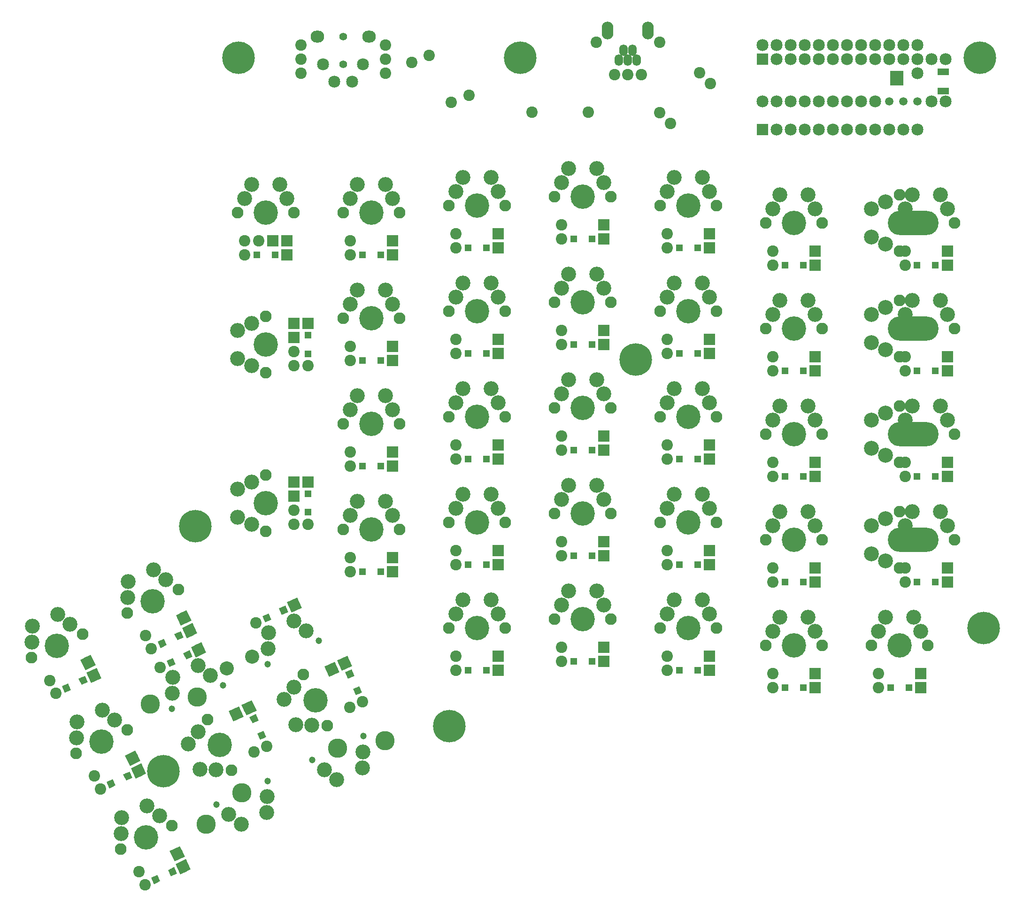
<source format=gts>
G04 #@! TF.GenerationSoftware,KiCad,Pcbnew,(2016-12-22 revision d365dc5)-makepkg*
G04 #@! TF.CreationDate,2017-01-06T12:14:16-05:00*
G04 #@! TF.ProjectId,ErgoDOX,4572676F444F582E6B696361645F7063,rev?*
G04 #@! TF.FileFunction,Soldermask,Top*
G04 #@! TF.FilePolarity,Negative*
%FSLAX46Y46*%
G04 Gerber Fmt 4.6, Leading zero omitted, Abs format (unit mm)*
G04 Created by KiCad (PCBNEW (2016-12-22 revision d365dc5)-makepkg) date 01/06/17 12:14:16*
%MOMM*%
%LPD*%
G01*
G04 APERTURE LIST*
%ADD10C,0.150000*%
%ADD11O,1.549400X2.057400*%
%ADD12O,2.108200X3.200400*%
%ADD13C,2.057400*%
%ADD14C,2.159000*%
%ADD15R,2.159000X2.159000*%
%ADD16C,1.498600*%
%ADD17C,1.244600*%
%ADD18R,2.057400X2.057400*%
%ADD19C,2.692400*%
%ADD20C,1.193800*%
%ADD21C,3.479800*%
%ADD22R,2.438400X1.422400*%
%ADD23O,2.463800X2.159000*%
%ADD24C,1.397000*%
%ADD25C,2.540000*%
%ADD26C,5.867400*%
%ADD27C,2.108200*%
%ADD28C,2.689860*%
%ADD29R,1.244600X1.244600*%
%ADD30C,2.687320*%
%ADD31O,9.156700X4.394200*%
%ADD32C,4.394200*%
%ADD33R,2.106400X1.306400*%
G04 APERTURE END LIST*
D10*
D11*
X139242800Y-37553900D03*
X138442700Y-35806380D03*
X137642600Y-37553900D03*
X136842500Y-35806380D03*
X136042400Y-37553900D03*
D12*
X133995160Y-32230060D03*
X141290040Y-32230060D03*
D13*
X140055600Y-40259000D03*
X143357600Y-34417000D03*
X137642600Y-40259000D03*
X131927600Y-34417000D03*
X135229600Y-40259000D03*
D14*
X169545000Y-34925000D03*
X172085000Y-34925000D03*
X161925000Y-34925000D03*
X164465000Y-34925000D03*
X167005000Y-34925000D03*
X174625000Y-34925000D03*
X177165000Y-34925000D03*
X179705000Y-34925000D03*
X182245000Y-34925000D03*
X184785000Y-34925000D03*
X187325000Y-34925000D03*
X189865000Y-34925000D03*
X189865000Y-50165000D03*
X187325000Y-50165000D03*
X184785000Y-50165000D03*
X182245000Y-50165000D03*
X179705000Y-50165000D03*
X177165000Y-50165000D03*
X174625000Y-50165000D03*
X172085000Y-50165000D03*
X169545000Y-50165000D03*
X167005000Y-50165000D03*
X164465000Y-50165000D03*
D15*
X161925000Y-50165000D03*
D14*
X189865000Y-40005000D03*
X164465000Y-37465000D03*
X167005000Y-37465000D03*
X169545000Y-37465000D03*
X172085000Y-37465000D03*
X174625000Y-37465000D03*
X177165000Y-37465000D03*
X179705000Y-37465000D03*
X182245000Y-37465000D03*
X184785000Y-37465000D03*
X187325000Y-37465000D03*
X189865000Y-37465000D03*
X192405000Y-37465000D03*
X194945000Y-37465000D03*
D15*
X161925000Y-37465000D03*
D14*
X194945000Y-45085000D03*
X192405000Y-45085000D03*
D16*
X189865000Y-45085000D03*
X187325000Y-45085000D03*
X184785000Y-45085000D03*
D14*
X182245000Y-45085000D03*
X179705000Y-45085000D03*
X177165000Y-45085000D03*
X174625000Y-45085000D03*
X172085000Y-45085000D03*
X169545000Y-45085000D03*
X167005000Y-45085000D03*
X164465000Y-45085000D03*
X161925000Y-45085000D03*
D13*
X53341367Y-147187736D03*
D17*
X55286576Y-146280670D03*
D10*
G36*
X54985576Y-147107661D02*
X54459585Y-145979670D01*
X55587576Y-145453679D01*
X56113567Y-146581670D01*
X54985576Y-147107661D01*
X54985576Y-147107661D01*
G37*
D13*
X60247433Y-143967384D03*
D10*
G36*
X59749862Y-145334450D02*
X58880367Y-143469813D01*
X60745004Y-142600318D01*
X61614499Y-144464955D01*
X59749862Y-145334450D01*
X59749862Y-145334450D01*
G37*
D17*
X58302224Y-144874450D03*
D10*
G36*
X58001224Y-145701441D02*
X57475233Y-144573450D01*
X58603224Y-144047459D01*
X59129215Y-145175450D01*
X58001224Y-145701441D01*
X58001224Y-145701441D01*
G37*
D13*
X70605747Y-139135936D03*
D17*
X72550956Y-138228870D03*
D10*
G36*
X72249956Y-139055861D02*
X71723965Y-137927870D01*
X72851956Y-137401879D01*
X73377947Y-138529870D01*
X72249956Y-139055861D01*
X72249956Y-139055861D01*
G37*
D13*
X77511813Y-135915584D03*
D10*
G36*
X77014242Y-137282650D02*
X76144747Y-135418013D01*
X78009384Y-134548518D01*
X78878879Y-136413155D01*
X77014242Y-137282650D01*
X77014242Y-137282650D01*
G37*
D17*
X75566604Y-136822650D03*
D10*
G36*
X75265604Y-137649641D02*
X74739613Y-136521650D01*
X75867604Y-135995659D01*
X76393595Y-137123650D01*
X75265604Y-137649641D01*
X75265604Y-137649641D01*
G37*
D13*
X77470000Y-118755160D03*
D18*
X77470000Y-116215160D03*
D13*
X77470000Y-90180160D03*
D18*
X77470000Y-87640160D03*
D13*
X71120000Y-70180200D03*
D18*
X73660000Y-70180200D03*
D19*
X77434621Y-138754526D03*
X72753017Y-143740174D03*
D20*
X72675456Y-146578921D03*
X81883544Y-142285119D03*
D19*
X79659082Y-140519823D03*
X72830577Y-140901427D03*
X60170241Y-146806326D03*
X55488637Y-151791974D03*
D21*
X60015120Y-152483820D03*
D20*
X55411076Y-154630721D03*
X64619164Y-150336919D03*
D19*
X62394702Y-148571623D03*
X55566197Y-148953227D03*
X85176179Y-167376434D03*
X89857783Y-162390786D03*
D21*
X85331300Y-161698940D03*
D20*
X89935344Y-159552039D03*
X80727256Y-163845841D03*
D19*
X82951718Y-165611137D03*
X89780223Y-165229533D03*
X67909259Y-175425694D03*
X72590863Y-170440046D03*
D21*
X68064380Y-169748200D03*
D20*
X72668424Y-167601299D03*
X63460336Y-171895101D03*
D19*
X65684798Y-173660397D03*
X72513303Y-173278793D03*
D13*
X152499602Y-41810398D03*
X145315398Y-48994602D03*
X150594602Y-39905398D03*
X143410398Y-47089602D03*
X130492500Y-46990000D03*
X120332500Y-46990000D03*
X101817898Y-36730398D03*
X109002102Y-43914602D03*
X98642898Y-38000398D03*
X105827102Y-45184602D03*
X78740000Y-40005000D03*
X78740000Y-37465000D03*
X78740000Y-34925000D03*
X93980000Y-40005000D03*
X93980000Y-37465000D03*
X93980000Y-34925000D03*
D22*
X186130000Y-40255000D03*
X186130000Y-41525000D03*
D23*
X90957400Y-33375600D03*
D14*
X82702400Y-38379400D03*
X87909400Y-41478200D03*
D23*
X81661000Y-33375600D03*
D14*
X84709000Y-41478200D03*
X89916000Y-38379400D03*
D24*
X86309200Y-33375600D03*
X86309200Y-38379400D03*
D25*
X69927083Y-145197966D03*
D21*
X93829648Y-160396270D03*
D25*
X65323823Y-147345789D03*
D21*
X61602126Y-175425496D03*
X51511692Y-153786490D03*
D26*
X53898800Y-165836600D03*
X59664600Y-121666000D03*
X105435400Y-157759400D03*
X201777600Y-140055600D03*
X139039600Y-91592400D03*
X201142600Y-37134800D03*
X118211600Y-37134800D03*
X67411600Y-37134800D03*
D19*
X193992500Y-80972660D03*
X187642500Y-83512660D03*
D27*
X196532500Y-86052660D03*
D28*
X195262500Y-83512660D03*
D19*
X188912500Y-80972660D03*
D13*
X187642500Y-91132660D03*
D18*
X195262500Y-91132660D03*
D13*
X187642500Y-93672660D03*
D18*
X195262500Y-93672660D03*
D29*
X189788800Y-93672660D03*
X193116200Y-93672660D03*
D30*
X181610000Y-83512660D03*
X184150000Y-82242660D03*
X184150000Y-89862660D03*
X181610000Y-88592660D03*
D31*
X189069980Y-86052660D03*
D27*
X186690000Y-91132660D03*
X186690000Y-80972660D03*
D19*
X193992500Y-119072660D03*
X187642500Y-121612660D03*
D27*
X196532500Y-124152660D03*
D28*
X195262500Y-121612660D03*
D19*
X188912500Y-119072660D03*
D13*
X187642500Y-129232660D03*
D18*
X195262500Y-129232660D03*
D13*
X187642500Y-131772660D03*
D18*
X195262500Y-131772660D03*
D29*
X189788800Y-131772660D03*
X193116200Y-131772660D03*
D30*
X181610000Y-121612660D03*
X184150000Y-120342660D03*
X184150000Y-127962660D03*
X181610000Y-126692660D03*
D31*
X189069980Y-124152660D03*
D27*
X186690000Y-129232660D03*
X186690000Y-119072660D03*
D19*
X193992500Y-61925200D03*
X187642500Y-64465200D03*
D27*
X196532500Y-67005200D03*
D28*
X195262500Y-64465200D03*
D19*
X188912500Y-61925200D03*
D13*
X187642500Y-72085200D03*
D18*
X195262500Y-72085200D03*
D13*
X187642500Y-74625200D03*
D18*
X195262500Y-74625200D03*
D29*
X189788800Y-74625200D03*
X193116200Y-74625200D03*
D30*
X181610000Y-64465200D03*
X184150000Y-63195200D03*
X184150000Y-70815200D03*
X181610000Y-69545200D03*
D31*
X189069980Y-67005200D03*
D27*
X186690000Y-72085200D03*
X186690000Y-61925200D03*
D19*
X193992500Y-100022660D03*
X187642500Y-102562660D03*
D27*
X196532500Y-105102660D03*
D28*
X195262500Y-102562660D03*
D19*
X188912500Y-100022660D03*
D13*
X187642500Y-110182660D03*
D18*
X195262500Y-110182660D03*
D13*
X187642500Y-112722660D03*
D18*
X195262500Y-112722660D03*
D29*
X189788800Y-112722660D03*
X193116200Y-112722660D03*
D30*
X181610000Y-102562660D03*
X184150000Y-101292660D03*
X184150000Y-108912660D03*
X181610000Y-107642660D03*
D31*
X189069980Y-105102660D03*
D27*
X186690000Y-110182660D03*
X186690000Y-100022660D03*
D19*
X93980000Y-60020200D03*
X87630000Y-62560200D03*
D32*
X91440000Y-65100200D03*
D27*
X86360000Y-65100200D03*
X96520000Y-65100200D03*
D19*
X95250000Y-62560200D03*
X88900000Y-60020200D03*
D13*
X87630000Y-70180200D03*
D18*
X95250000Y-70180200D03*
D13*
X87630000Y-72720200D03*
D18*
X95250000Y-72720200D03*
D29*
X89776300Y-72720200D03*
X93103700Y-72720200D03*
D19*
X151130000Y-77797660D03*
X144780000Y-80337660D03*
D32*
X148590000Y-82877660D03*
D27*
X143510000Y-82877660D03*
X153670000Y-82877660D03*
D19*
X152400000Y-80337660D03*
X146050000Y-77797660D03*
D13*
X144780000Y-87957660D03*
D18*
X152400000Y-87957660D03*
D13*
X144780000Y-90497660D03*
D18*
X152400000Y-90497660D03*
D29*
X146926300Y-90497660D03*
X150253700Y-90497660D03*
D19*
X58360986Y-160962159D03*
X63346634Y-165643763D03*
D32*
X64038480Y-161117280D03*
D27*
X66185381Y-165721324D03*
X61891579Y-156513236D03*
D19*
X60126283Y-158737698D03*
X60507887Y-165566203D03*
D13*
X70252699Y-162423412D03*
X67032348Y-155517347D03*
D10*
G36*
X68399414Y-156014918D02*
X66534777Y-156884413D01*
X65665282Y-155019776D01*
X67529919Y-154150281D01*
X68399414Y-156014918D01*
X68399414Y-156014918D01*
G37*
D13*
X72554721Y-161349962D03*
X69334370Y-154443896D03*
D10*
G36*
X70701436Y-154941467D02*
X68836799Y-155810962D01*
X67967304Y-153946325D01*
X69831941Y-153076830D01*
X70701436Y-154941467D01*
X70701436Y-154941467D01*
G37*
D17*
X71647655Y-159404753D03*
D10*
G36*
X72474646Y-159705753D02*
X71346655Y-160231744D01*
X70820664Y-159103753D01*
X71948655Y-158577762D01*
X72474646Y-159705753D01*
X72474646Y-159705753D01*
G37*
D17*
X70241435Y-156389105D03*
D10*
G36*
X71068426Y-156690105D02*
X69940435Y-157216096D01*
X69414444Y-156088105D01*
X70542435Y-155562114D01*
X71068426Y-156690105D01*
X71068426Y-156690105D01*
G37*
D19*
X75625366Y-152910359D03*
X80611014Y-157591963D03*
D32*
X81302860Y-153065480D03*
D27*
X83449761Y-157669524D03*
X79155959Y-148461436D03*
D19*
X77390663Y-150685898D03*
X77772267Y-157514403D03*
D13*
X87517079Y-154371612D03*
X84296728Y-147465547D03*
D10*
G36*
X85663794Y-147963118D02*
X83799157Y-148832613D01*
X82929662Y-146967976D01*
X84794299Y-146098481D01*
X85663794Y-147963118D01*
X85663794Y-147963118D01*
G37*
D13*
X89819101Y-153298162D03*
X86598750Y-146392096D03*
D10*
G36*
X87965816Y-146889667D02*
X86101179Y-147759162D01*
X85231684Y-145894525D01*
X87096321Y-145025030D01*
X87965816Y-146889667D01*
X87965816Y-146889667D01*
G37*
D17*
X88912035Y-151352953D03*
D10*
G36*
X89739026Y-151653953D02*
X88611035Y-152179944D01*
X88085044Y-151051953D01*
X89213035Y-150525962D01*
X89739026Y-151653953D01*
X89739026Y-151653953D01*
G37*
D17*
X87505815Y-148337305D03*
D10*
G36*
X88332806Y-148638305D02*
X87204815Y-149164296D01*
X86678824Y-148036305D01*
X87806815Y-147510314D01*
X88332806Y-148638305D01*
X88332806Y-148638305D01*
G37*
D19*
X113030000Y-134947660D03*
X106680000Y-137487660D03*
D32*
X110490000Y-140027660D03*
D27*
X105410000Y-140027660D03*
X115570000Y-140027660D03*
D19*
X114300000Y-137487660D03*
X107950000Y-134947660D03*
D13*
X106680000Y-145107660D03*
D18*
X114300000Y-145107660D03*
D13*
X106680000Y-147647660D03*
D18*
X114300000Y-147647660D03*
D29*
X108826300Y-147647660D03*
X112153700Y-147647660D03*
D19*
X132080000Y-133350000D03*
X125730000Y-135890000D03*
D32*
X129540000Y-138430000D03*
D27*
X124460000Y-138430000D03*
X134620000Y-138430000D03*
D19*
X133350000Y-135890000D03*
X127000000Y-133350000D03*
D13*
X125730000Y-143510000D03*
D18*
X133350000Y-143510000D03*
D13*
X125730000Y-146050000D03*
D18*
X133350000Y-146050000D03*
D29*
X127876300Y-146050000D03*
X131203700Y-146050000D03*
D19*
X170180000Y-138122660D03*
X163830000Y-140662660D03*
D32*
X167640000Y-143202660D03*
D27*
X162560000Y-143202660D03*
X172720000Y-143202660D03*
D19*
X171450000Y-140662660D03*
X165100000Y-138122660D03*
D13*
X163830000Y-148282660D03*
D18*
X171450000Y-148282660D03*
D13*
X163830000Y-150822660D03*
D18*
X171450000Y-150822660D03*
D29*
X165976300Y-150822660D03*
X169303700Y-150822660D03*
D19*
X93980000Y-117167660D03*
X87630000Y-119707660D03*
D32*
X91440000Y-122247660D03*
D27*
X86360000Y-122247660D03*
X96520000Y-122247660D03*
D19*
X95250000Y-119707660D03*
X88900000Y-117167660D03*
D13*
X87630000Y-127327660D03*
D18*
X95250000Y-127327660D03*
D13*
X87630000Y-129867660D03*
D18*
X95250000Y-129867660D03*
D29*
X89776300Y-129867660D03*
X93103700Y-129867660D03*
D19*
X113030000Y-115897660D03*
X106680000Y-118437660D03*
D32*
X110490000Y-120977660D03*
D27*
X105410000Y-120977660D03*
X115570000Y-120977660D03*
D19*
X114300000Y-118437660D03*
X107950000Y-115897660D03*
D13*
X106680000Y-126057660D03*
D18*
X114300000Y-126057660D03*
D13*
X106680000Y-128597660D03*
D18*
X114300000Y-128597660D03*
D29*
X108826300Y-128597660D03*
X112153700Y-128597660D03*
D19*
X132080000Y-114300000D03*
X125730000Y-116840000D03*
D32*
X129540000Y-119380000D03*
D27*
X124460000Y-119380000D03*
X134620000Y-119380000D03*
D19*
X133350000Y-116840000D03*
X127000000Y-114300000D03*
D13*
X125730000Y-124460000D03*
D18*
X133350000Y-124460000D03*
D13*
X125730000Y-127000000D03*
D18*
X133350000Y-127000000D03*
D29*
X127876300Y-127000000D03*
X131203700Y-127000000D03*
D19*
X151130000Y-115897660D03*
X144780000Y-118437660D03*
D32*
X148590000Y-120977660D03*
D27*
X143510000Y-120977660D03*
X153670000Y-120977660D03*
D19*
X152400000Y-118437660D03*
X146050000Y-115897660D03*
D13*
X144780000Y-126057660D03*
D18*
X152400000Y-126057660D03*
D13*
X144780000Y-128597660D03*
D18*
X152400000Y-128597660D03*
D29*
X146926300Y-128597660D03*
X150253700Y-128597660D03*
D19*
X170180000Y-119072660D03*
X163830000Y-121612660D03*
D32*
X167640000Y-124152660D03*
D27*
X162560000Y-124152660D03*
X172720000Y-124152660D03*
D19*
X171450000Y-121612660D03*
X165100000Y-119072660D03*
D13*
X163830000Y-129232660D03*
D18*
X171450000Y-129232660D03*
D13*
X163830000Y-131772660D03*
D18*
X171450000Y-131772660D03*
D29*
X165976300Y-131772660D03*
X169303700Y-131772660D03*
D19*
X93980000Y-98117660D03*
X87630000Y-100657660D03*
D32*
X91440000Y-103197660D03*
D27*
X86360000Y-103197660D03*
X96520000Y-103197660D03*
D19*
X95250000Y-100657660D03*
X88900000Y-98117660D03*
D13*
X87630000Y-108277660D03*
D18*
X95250000Y-108277660D03*
D13*
X87630000Y-110817660D03*
D18*
X95250000Y-110817660D03*
D29*
X89776300Y-110817660D03*
X93103700Y-110817660D03*
D19*
X113030000Y-96847660D03*
X106680000Y-99387660D03*
D32*
X110490000Y-101927660D03*
D27*
X105410000Y-101927660D03*
X115570000Y-101927660D03*
D19*
X114300000Y-99387660D03*
X107950000Y-96847660D03*
D13*
X106680000Y-107007660D03*
D18*
X114300000Y-107007660D03*
D13*
X106680000Y-109547660D03*
D18*
X114300000Y-109547660D03*
D29*
X108826300Y-109547660D03*
X112153700Y-109547660D03*
D19*
X132080000Y-95250000D03*
X125730000Y-97790000D03*
D32*
X129540000Y-100330000D03*
D27*
X124460000Y-100330000D03*
X134620000Y-100330000D03*
D19*
X133350000Y-97790000D03*
X127000000Y-95250000D03*
D13*
X125730000Y-105410000D03*
D18*
X133350000Y-105410000D03*
D13*
X125730000Y-107950000D03*
D18*
X133350000Y-107950000D03*
D29*
X127876300Y-107950000D03*
X131203700Y-107950000D03*
D19*
X151130000Y-96847660D03*
X144780000Y-99387660D03*
D32*
X148590000Y-101927660D03*
D27*
X143510000Y-101927660D03*
X153670000Y-101927660D03*
D19*
X152400000Y-99387660D03*
X146050000Y-96847660D03*
D13*
X144780000Y-107007660D03*
D18*
X152400000Y-107007660D03*
D13*
X144780000Y-109547660D03*
D18*
X152400000Y-109547660D03*
D29*
X146926300Y-109547660D03*
X150253700Y-109547660D03*
D19*
X113030000Y-77797660D03*
X106680000Y-80337660D03*
D32*
X110490000Y-82877660D03*
D27*
X105410000Y-82877660D03*
X115570000Y-82877660D03*
D19*
X114300000Y-80337660D03*
X107950000Y-77797660D03*
D13*
X106680000Y-87957660D03*
D18*
X114300000Y-87957660D03*
D13*
X106680000Y-90497660D03*
D18*
X114300000Y-90497660D03*
D29*
X108826300Y-90497660D03*
X112153700Y-90497660D03*
D19*
X132080000Y-76200000D03*
X125730000Y-78740000D03*
D32*
X129540000Y-81280000D03*
D27*
X124460000Y-81280000D03*
X134620000Y-81280000D03*
D19*
X133350000Y-78740000D03*
X127000000Y-76200000D03*
D13*
X125730000Y-86360000D03*
D18*
X133350000Y-86360000D03*
D13*
X125730000Y-88900000D03*
D18*
X133350000Y-88900000D03*
D29*
X127876300Y-88900000D03*
X131203700Y-88900000D03*
D19*
X170180000Y-80972660D03*
X163830000Y-83512660D03*
D32*
X167640000Y-86052660D03*
D27*
X162560000Y-86052660D03*
X172720000Y-86052660D03*
D19*
X171450000Y-83512660D03*
X165100000Y-80972660D03*
D13*
X163830000Y-91132660D03*
D18*
X171450000Y-91132660D03*
D13*
X163830000Y-93672660D03*
D18*
X171450000Y-93672660D03*
D29*
X165976300Y-93672660D03*
X169303700Y-93672660D03*
D19*
X151130000Y-134947660D03*
X144780000Y-137487660D03*
D32*
X148590000Y-140027660D03*
D27*
X143510000Y-140027660D03*
X153670000Y-140027660D03*
D19*
X152400000Y-137487660D03*
X146050000Y-134947660D03*
D13*
X144780000Y-145107660D03*
D18*
X152400000Y-145107660D03*
D13*
X144780000Y-147647660D03*
D18*
X152400000Y-147647660D03*
D29*
X146926300Y-147647660D03*
X150253700Y-147647660D03*
D19*
X113030000Y-58747660D03*
X106680000Y-61287660D03*
D32*
X110490000Y-63827660D03*
D27*
X105410000Y-63827660D03*
X115570000Y-63827660D03*
D19*
X114300000Y-61287660D03*
X107950000Y-58747660D03*
D13*
X106680000Y-68907660D03*
D18*
X114300000Y-68907660D03*
D13*
X106680000Y-71447660D03*
D18*
X114300000Y-71447660D03*
D29*
X108826300Y-71447660D03*
X112153700Y-71447660D03*
D19*
X132080000Y-57150000D03*
X125730000Y-59690000D03*
D32*
X129540000Y-62230000D03*
D27*
X124460000Y-62230000D03*
X134620000Y-62230000D03*
D19*
X133350000Y-59690000D03*
X127000000Y-57150000D03*
D13*
X125730000Y-67310000D03*
D18*
X133350000Y-67310000D03*
D13*
X125730000Y-69850000D03*
D18*
X133350000Y-69850000D03*
D29*
X127876300Y-69850000D03*
X131203700Y-69850000D03*
D19*
X151130000Y-58747660D03*
X144780000Y-61287660D03*
D32*
X148590000Y-63827660D03*
D27*
X143510000Y-63827660D03*
X153670000Y-63827660D03*
D19*
X152400000Y-61287660D03*
X146050000Y-58747660D03*
D13*
X144780000Y-68907660D03*
D18*
X152400000Y-68907660D03*
D13*
X144780000Y-71447660D03*
D18*
X152400000Y-71447660D03*
D29*
X146926300Y-71447660D03*
X150253700Y-71447660D03*
D19*
X170180000Y-61925200D03*
X163830000Y-64465200D03*
D32*
X167640000Y-67005200D03*
D27*
X162560000Y-67005200D03*
X172720000Y-67005200D03*
D19*
X171450000Y-64465200D03*
X165100000Y-61925200D03*
D13*
X163830000Y-72085200D03*
D18*
X171450000Y-72085200D03*
D13*
X163830000Y-74625200D03*
D18*
X171450000Y-74625200D03*
D29*
X165976300Y-74625200D03*
X169303700Y-74625200D03*
D19*
X52118441Y-129541946D03*
X47436837Y-134527594D03*
D32*
X51963320Y-135219440D03*
D27*
X47359276Y-137366341D03*
X56567364Y-133072539D03*
D19*
X54342902Y-131307243D03*
X47514397Y-131688847D03*
D13*
X50657188Y-141433659D03*
X57563253Y-138213308D03*
D10*
G36*
X57065682Y-139580374D02*
X56196187Y-137715737D01*
X58060824Y-136846242D01*
X58930319Y-138710879D01*
X57065682Y-139580374D01*
X57065682Y-139580374D01*
G37*
D13*
X51730638Y-143735681D03*
X58636704Y-140515330D03*
D10*
G36*
X58139133Y-141882396D02*
X57269638Y-140017759D01*
X59134275Y-139148264D01*
X60003770Y-141012901D01*
X58139133Y-141882396D01*
X58139133Y-141882396D01*
G37*
D17*
X53675847Y-142828615D03*
D10*
G36*
X53374847Y-143655606D02*
X52848856Y-142527615D01*
X53976847Y-142001624D01*
X54502838Y-143129615D01*
X53374847Y-143655606D01*
X53374847Y-143655606D01*
G37*
D17*
X56691495Y-141422395D03*
D10*
G36*
X56390495Y-142249386D02*
X55864504Y-141121395D01*
X56992495Y-140595404D01*
X57518486Y-141723395D01*
X56390495Y-142249386D01*
X56390495Y-142249386D01*
G37*
D19*
X34854061Y-137591206D03*
X30172457Y-142576854D03*
D32*
X34698940Y-143268700D03*
D27*
X30094896Y-145415601D03*
X39302984Y-141121799D03*
D19*
X37078522Y-139356503D03*
X30250017Y-139738107D03*
D13*
X33392808Y-149482919D03*
X40298873Y-146262568D03*
D10*
G36*
X39801302Y-147629634D02*
X38931807Y-145764997D01*
X40796444Y-144895502D01*
X41665939Y-146760139D01*
X39801302Y-147629634D01*
X39801302Y-147629634D01*
G37*
D13*
X34466258Y-151784941D03*
X41372324Y-148564590D03*
D10*
G36*
X40874753Y-149931656D02*
X40005258Y-148067019D01*
X41869895Y-147197524D01*
X42739390Y-149062161D01*
X40874753Y-149931656D01*
X40874753Y-149931656D01*
G37*
D17*
X36411467Y-150877875D03*
D10*
G36*
X36110467Y-151704866D02*
X35584476Y-150576875D01*
X36712467Y-150050884D01*
X37238458Y-151178875D01*
X36110467Y-151704866D01*
X36110467Y-151704866D01*
G37*
D17*
X39427115Y-149471655D03*
D10*
G36*
X39126115Y-150298646D02*
X38600124Y-149170655D01*
X39728115Y-148644664D01*
X40254106Y-149772655D01*
X39126115Y-150298646D01*
X39126115Y-150298646D01*
G37*
D19*
X50955121Y-172122506D03*
X46273517Y-177108154D03*
D32*
X50800000Y-177800000D03*
D27*
X46195956Y-179946901D03*
X55404044Y-175653099D03*
D19*
X53179582Y-173887803D03*
X46351077Y-174269407D03*
D13*
X49493868Y-184014219D03*
X56399933Y-180793868D03*
D10*
G36*
X55902362Y-182160934D02*
X55032867Y-180296297D01*
X56897504Y-179426802D01*
X57766999Y-181291439D01*
X55902362Y-182160934D01*
X55902362Y-182160934D01*
G37*
D13*
X50567318Y-186316241D03*
X57473384Y-183095890D03*
D10*
G36*
X56975813Y-184462956D02*
X56106318Y-182598319D01*
X57970955Y-181728824D01*
X58840450Y-183593461D01*
X56975813Y-184462956D01*
X56975813Y-184462956D01*
G37*
D17*
X52512527Y-185409175D03*
D10*
G36*
X52211527Y-186236166D02*
X51685536Y-185108175D01*
X52813527Y-184582184D01*
X53339518Y-185710175D01*
X52211527Y-186236166D01*
X52211527Y-186236166D01*
G37*
D17*
X55528175Y-184002955D03*
D10*
G36*
X55227175Y-184829946D02*
X54701184Y-183701955D01*
X55829175Y-183175964D01*
X56355166Y-184303955D01*
X55227175Y-184829946D01*
X55227175Y-184829946D01*
G37*
D19*
X42903321Y-154855586D03*
X38221717Y-159841234D03*
D32*
X42748200Y-160533080D03*
D27*
X38144156Y-162679981D03*
X47352244Y-158386179D03*
D19*
X45127782Y-156620883D03*
X38299277Y-157002487D03*
D13*
X41442068Y-166747299D03*
X48348133Y-163526948D03*
D10*
G36*
X47850562Y-164894014D02*
X46981067Y-163029377D01*
X48845704Y-162159882D01*
X49715199Y-164024519D01*
X47850562Y-164894014D01*
X47850562Y-164894014D01*
G37*
D13*
X42515518Y-169049321D03*
X49421584Y-165828970D03*
D10*
G36*
X48924013Y-167196036D02*
X48054518Y-165331399D01*
X49919155Y-164461904D01*
X50788650Y-166326541D01*
X48924013Y-167196036D01*
X48924013Y-167196036D01*
G37*
D17*
X44460727Y-168142255D03*
D10*
G36*
X44159727Y-168969246D02*
X43633736Y-167841255D01*
X44761727Y-167315264D01*
X45287718Y-168443255D01*
X44159727Y-168969246D01*
X44159727Y-168969246D01*
G37*
D17*
X47476375Y-166736035D03*
D10*
G36*
X47175375Y-167563026D02*
X46649384Y-166435035D01*
X47777375Y-165909044D01*
X48303366Y-167037035D01*
X47175375Y-167563026D01*
X47175375Y-167563026D01*
G37*
D19*
X93980000Y-79067660D03*
X87630000Y-81607660D03*
D32*
X91440000Y-84147660D03*
D27*
X86360000Y-84147660D03*
X96520000Y-84147660D03*
D19*
X95250000Y-81607660D03*
X88900000Y-79067660D03*
D13*
X87630000Y-89227660D03*
D18*
X95250000Y-89227660D03*
D13*
X87630000Y-91767660D03*
D18*
X95250000Y-91767660D03*
D29*
X89776300Y-91767660D03*
X93103700Y-91767660D03*
D19*
X189230000Y-138122660D03*
X182880000Y-140662660D03*
D32*
X186690000Y-143202660D03*
D27*
X181610000Y-143202660D03*
X191770000Y-143202660D03*
D19*
X190500000Y-140662660D03*
X184150000Y-138122660D03*
D13*
X182880000Y-148282660D03*
D18*
X190500000Y-148282660D03*
D13*
X182880000Y-150822660D03*
D18*
X190500000Y-150822660D03*
D29*
X185026300Y-150822660D03*
X188353700Y-150822660D03*
D19*
X67310000Y-114945160D03*
X69850000Y-121295160D03*
D32*
X72390000Y-117485160D03*
D27*
X72390000Y-122565160D03*
X72390000Y-112405160D03*
D19*
X69850000Y-113675160D03*
X67310000Y-120025160D03*
D13*
X77470000Y-121295160D03*
D18*
X77470000Y-113675160D03*
D13*
X80010000Y-121295160D03*
D18*
X80010000Y-113675160D03*
D29*
X80010000Y-119148860D03*
X80010000Y-115821460D03*
D19*
X67310000Y-86370160D03*
X69850000Y-92720160D03*
D32*
X72390000Y-88910160D03*
D27*
X72390000Y-93990160D03*
X72390000Y-83830160D03*
D19*
X69850000Y-85100160D03*
X67310000Y-91450160D03*
D13*
X77470000Y-92720160D03*
D18*
X77470000Y-85100160D03*
D13*
X80010000Y-92720160D03*
D18*
X80010000Y-85100160D03*
D29*
X80010000Y-90573860D03*
X80010000Y-87246460D03*
D19*
X74930000Y-60020200D03*
X68580000Y-62560200D03*
D32*
X72390000Y-65100200D03*
D27*
X67310000Y-65100200D03*
X77470000Y-65100200D03*
D19*
X76200000Y-62560200D03*
X69850000Y-60020200D03*
D13*
X68580000Y-70180200D03*
D18*
X76200000Y-70180200D03*
D13*
X68580000Y-72720200D03*
D18*
X76200000Y-72720200D03*
D29*
X70726300Y-72720200D03*
X74053700Y-72720200D03*
D19*
X170180000Y-100022660D03*
X163830000Y-102562660D03*
D32*
X167640000Y-105102660D03*
D27*
X162560000Y-105102660D03*
X172720000Y-105102660D03*
D19*
X171450000Y-102562660D03*
X165100000Y-100022660D03*
D13*
X163830000Y-110182660D03*
D18*
X171450000Y-110182660D03*
D13*
X163830000Y-112722660D03*
D18*
X171450000Y-112722660D03*
D29*
X165976300Y-112722660D03*
X169303700Y-112722660D03*
D33*
X194500000Y-43150000D03*
X194500000Y-39750000D03*
M02*

</source>
